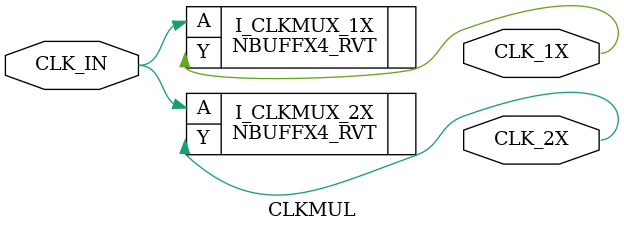
<source format=v>
module CLKMUL(CLK_IN, CLK_1X, CLK_2X);
input  CLK_IN ;
output CLK_1X , CLK_2X ;

NBUFFX4_RVT I_CLKMUX_1X (.A(CLK_IN), .Y(CLK_1X));
NBUFFX4_RVT I_CLKMUX_2X (.A(CLK_IN), .Y(CLK_2X));

endmodule

</source>
